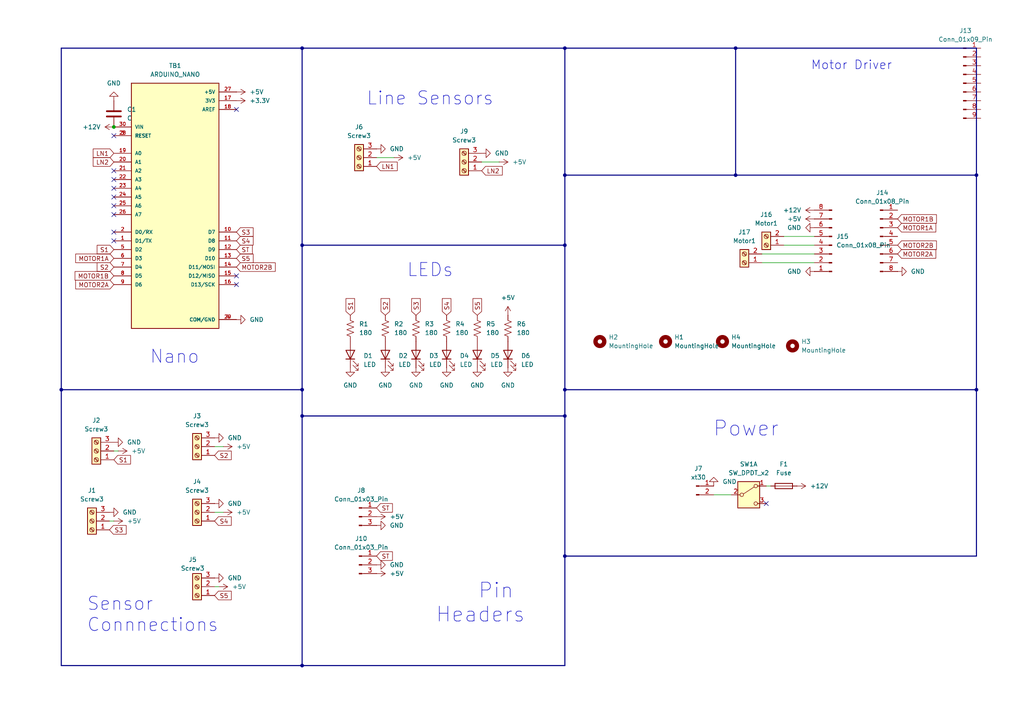
<source format=kicad_sch>
(kicad_sch (version 20231120) (generator "eeschema") (generator_version "8.0")
  (paper "A4")
  (lib_symbols
    (symbol "ARDUINO_NANO[1]:ARDUINO_NANO" (pin_names (offset 1.016))
      (property "Reference" "TB" (at -12.7 35.56 0))
      (property "Value" "ARDUINO_NANO" (at -12.7 -38.1 0))
      (symbol "ARDUINO_NANO_0_0"
        (rectangle (start -12.7 -35.56) (end 12.7 35.56) (stroke (width 0.254)) (fill (type background)))
        (pin bidirectional line (at -17.78 -10.16 0) (length 5.08) (name "D1/TX") (number "1"))
        (pin bidirectional line (at 17.78 -7.62 180) (length 5.08) (name "D7") (number "10"))
        (pin bidirectional line (at 17.78 -10.16 180) (length 5.08) (name "D8") (number "11"))
        (pin bidirectional line (at 17.78 -12.7 180) (length 5.08) (name "D9") (number "12"))
        (pin bidirectional line (at 17.78 -15.24 180) (length 5.08) (name "D10") (number "13"))
        (pin bidirectional line (at 17.78 -17.78 180) (length 5.08) (name "D11/MOSI") (number "14"))
        (pin bidirectional line (at 17.78 -20.32 180) (length 5.08) (name "D12/MISO") (number "15"))
        (pin bidirectional line (at 17.78 -22.86 180) (length 5.08) (name "D13/SCK") (number "16"))
        (pin power_in line (at 17.78 30.48 180) (length 5.08) (name "3V3") (number "17"))
        (pin power_in line (at 17.78 27.94 180) (length 5.08) (name "AREF") (number "18"))
        (pin input line (at -17.78 15.24 0) (length 5.08) (name "A0") (number "19"))
        (pin bidirectional line (at -17.78 -7.62 0) (length 5.08) (name "D0/RX") (number "2"))
        (pin input line (at -17.78 12.7 0) (length 5.08) (name "A1") (number "20"))
        (pin input line (at -17.78 10.16 0) (length 5.08) (name "A2") (number "21"))
        (pin input line (at -17.78 7.62 0) (length 5.08) (name "A3") (number "22"))
        (pin input line (at -17.78 5.08 0) (length 5.08) (name "A4") (number "23"))
        (pin input line (at -17.78 2.54 0) (length 5.08) (name "A5") (number "24"))
        (pin input line (at -17.78 0 0) (length 5.08) (name "A6") (number "25"))
        (pin input line (at -17.78 -2.54 0) (length 5.08) (name "A7") (number "26"))
        (pin power_in line (at 17.78 33.02 180) (length 5.08) (name "+5V") (number "27"))
        (pin input line (at -17.78 20.32 0) (length 5.08) (name "RESET") (number "28"))
        (pin power_in line (at 17.78 -33.02 180) (length 5.08) (name "COM/GND") (number "29"))
        (pin input line (at -17.78 20.32 0) (length 5.08) (name "RESET") (number "3"))
        (pin input line (at -17.78 22.86 0) (length 5.08) (name "VIN") (number "30"))
        (pin power_in line (at 17.78 -33.02 180) (length 5.08) (name "COM/GND") (number "4"))
        (pin bidirectional line (at -17.78 -12.7 0) (length 5.08) (name "D2") (number "5"))
        (pin bidirectional line (at -17.78 -15.24 0) (length 5.08) (name "D3") (number "6"))
        (pin bidirectional line (at -17.78 -17.78 0) (length 5.08) (name "D4") (number "7"))
        (pin bidirectional line (at -17.78 -20.32 0) (length 5.08) (name "D5") (number "8"))
        (pin bidirectional line (at -17.78 -22.86 0) (length 5.08) (name "D6") (number "9"))
      )
    )
    (symbol "Connector:Conn_01x02_Pin" (pin_names (offset 1.016) hide)
      (property "Reference" "J" (at 0 2.54 0))
      (property "Value" "Conn_01x02_Pin" (at 0 -5.08 0))
      (symbol "Conn_01x02_Pin_1_1"
        (polyline (pts (xy 1.27 -2.54) (xy 0.8636 -2.54)) (stroke (width 0.1524)))
        (polyline (pts (xy 1.27 0) (xy 0.8636 0)) (stroke (width 0.1524)))
        (rectangle (start 0.8636 -2.413) (end 0 -2.667) (stroke (width 0.1524)) (fill (type outline)))
        (rectangle (start 0.8636 0.127) (end 0 -0.127) (stroke (width 0.1524)) (fill (type outline)))
        (pin passive line (at 5.08 0 180) (length 3.81) (name "Pin_1") (number "1"))
        (pin passive line (at 5.08 -2.54 180) (length 3.81) (name "Pin_2") (number "2"))
      )
    )
    (symbol "Connector:Conn_01x03_Pin" (pin_names (offset 1.016) hide)
      (property "Reference" "J" (at 0 5.08 0))
      (property "Value" "Conn_01x03_Pin" (at 0 -5.08 0))
      (symbol "Conn_01x03_Pin_1_1"
        (polyline (pts (xy 1.27 -2.54) (xy 0.8636 -2.54)) (stroke (width 0.1524)))
        (polyline (pts (xy 1.27 0) (xy 0.8636 0)) (stroke (width 0.1524)))
        (polyline (pts (xy 1.27 2.54) (xy 0.8636 2.54)) (stroke (width 0.1524)))
        (rectangle (start 0.8636 -2.413) (end 0 -2.667) (stroke (width 0.1524)) (fill (type outline)))
        (rectangle (start 0.8636 0.127) (end 0 -0.127) (stroke (width 0.1524)) (fill (type outline)))
        (rectangle (start 0.8636 2.667) (end 0 2.413) (stroke (width 0.1524)) (fill (type outline)))
        (pin passive line (at 5.08 2.54 180) (length 3.81) (name "Pin_1") (number "1"))
        (pin passive line (at 5.08 0 180) (length 3.81) (name "Pin_2") (number "2"))
        (pin passive line (at 5.08 -2.54 180) (length 3.81) (name "Pin_3") (number "3"))
      )
    )
    (symbol "Connector:Conn_01x08_Pin" (pin_names (offset 1.016) hide)
      (property "Reference" "J" (at 0 10.16 0))
      (property "Value" "Conn_01x08_Pin" (at 0 -12.7 0))
      (symbol "Conn_01x08_Pin_1_1"
        (polyline (pts (xy 1.27 -10.16) (xy 0.8636 -10.16)) (stroke (width 0.1524)))
        (polyline (pts (xy 1.27 -7.62) (xy 0.8636 -7.62)) (stroke (width 0.1524)))
        (polyline (pts (xy 1.27 -5.08) (xy 0.8636 -5.08)) (stroke (width 0.1524)))
        (polyline (pts (xy 1.27 -2.54) (xy 0.8636 -2.54)) (stroke (width 0.1524)))
        (polyline (pts (xy 1.27 0) (xy 0.8636 0)) (stroke (width 0.1524)))
        (polyline (pts (xy 1.27 2.54) (xy 0.8636 2.54)) (stroke (width 0.1524)))
        (polyline (pts (xy 1.27 5.08) (xy 0.8636 5.08)) (stroke (width 0.1524)))
        (polyline (pts (xy 1.27 7.62) (xy 0.8636 7.62)) (stroke (width 0.1524)))
        (rectangle (start 0.8636 -10.033) (end 0 -10.287) (stroke (width 0.1524)) (fill (type outline)))
        (rectangle (start 0.8636 -7.493) (end 0 -7.747) (stroke (width 0.1524)) (fill (type outline)))
        (rectangle (start 0.8636 -4.953) (end 0 -5.207) (stroke (width 0.1524)) (fill (type outline)))
        (rectangle (start 0.8636 -2.413) (end 0 -2.667) (stroke (width 0.1524)) (fill (type outline)))
        (rectangle (start 0.8636 0.127) (end 0 -0.127) (stroke (width 0.1524)) (fill (type outline)))
        (rectangle (start 0.8636 2.667) (end 0 2.413) (stroke (width 0.1524)) (fill (type outline)))
        (rectangle (start 0.8636 5.207) (end 0 4.953) (stroke (width 0.1524)) (fill (type outline)))
        (rectangle (start 0.8636 7.747) (end 0 7.493) (stroke (width 0.1524)) (fill (type outline)))
        (pin passive line (at 5.08 7.62 180) (length 3.81) (name "Pin_1") (number "1"))
        (pin passive line (at 5.08 5.08 180) (length 3.81) (name "Pin_2") (number "2"))
        (pin passive line (at 5.08 2.54 180) (length 3.81) (name "Pin_3") (number "3"))
        (pin passive line (at 5.08 0 180) (length 3.81) (name "Pin_4") (number "4"))
        (pin passive line (at 5.08 -2.54 180) (length 3.81) (name "Pin_5") (number "5"))
        (pin passive line (at 5.08 -5.08 180) (length 3.81) (name "Pin_6") (number "6"))
        (pin passive line (at 5.08 -7.62 180) (length 3.81) (name "Pin_7") (number "7"))
        (pin passive line (at 5.08 -10.16 180) (length 3.81) (name "Pin_8") (number "8"))
      )
    )
    (symbol "Connector:Conn_01x09_Pin" (pin_names (offset 1.016) hide)
      (property "Reference" "J" (at 0 12.7 0))
      (property "Value" "Conn_01x09_Pin" (at 0 -12.7 0))
      (symbol "Conn_01x09_Pin_1_1"
        (polyline (pts (xy 1.27 -10.16) (xy 0.8636 -10.16)) (stroke (width 0.1524)))
        (polyline (pts (xy 1.27 -7.62) (xy 0.8636 -7.62)) (stroke (width 0.1524)))
        (polyline (pts (xy 1.27 -5.08) (xy 0.8636 -5.08)) (stroke (width 0.1524)))
        (polyline (pts (xy 1.27 -2.54) (xy 0.8636 -2.54)) (stroke (width 0.1524)))
        (polyline (pts (xy 1.27 0) (xy 0.8636 0)) (stroke (width 0.1524)))
        (polyline (pts (xy 1.27 2.54) (xy 0.8636 2.54)) (stroke (width 0.1524)))
        (polyline (pts (xy 1.27 5.08) (xy 0.8636 5.08)) (stroke (width 0.1524)))
        (polyline (pts (xy 1.27 7.62) (xy 0.8636 7.62)) (stroke (width 0.1524)))
        (polyline (pts (xy 1.27 10.16) (xy 0.8636 10.16)) (stroke (width 0.1524)))
        (rectangle (start 0.8636 -10.033) (end 0 -10.287) (stroke (width 0.1524)) (fill (type outline)))
        (rectangle (start 0.8636 -7.493) (end 0 -7.747) (stroke (width 0.1524)) (fill (type outline)))
        (rectangle (start 0.8636 -4.953) (end 0 -5.207) (stroke (width 0.1524)) (fill (type outline)))
        (rectangle (start 0.8636 -2.413) (end 0 -2.667) (stroke (width 0.1524)) (fill (type outline)))
        (rectangle (start 0.8636 0.127) (end 0 -0.127) (stroke (width 0.1524)) (fill (type outline)))
        (rectangle (start 0.8636 2.667) (end 0 2.413) (stroke (width 0.1524)) (fill (type outline)))
        (rectangle (start 0.8636 5.207) (end 0 4.953) (stroke (width 0.1524)) (fill (type outline)))
        (rectangle (start 0.8636 7.747) (end 0 7.493) (stroke (width 0.1524)) (fill (type outline)))
        (rectangle (start 0.8636 10.287) (end 0 10.033) (stroke (width 0.1524)) (fill (type outline)))
        (pin passive line (at 5.08 10.16 180) (length 3.81) (name "Pin_1") (number "1"))
        (pin passive line (at 5.08 7.62 180) (length 3.81) (name "Pin_2") (number "2"))
        (pin passive line (at 5.08 5.08 180) (length 3.81) (name "Pin_3") (number "3"))
        (pin passive line (at 5.08 2.54 180) (length 3.81) (name "Pin_4") (number "4"))
        (pin passive line (at 5.08 0 180) (length 3.81) (name "Pin_5") (number "5"))
        (pin passive line (at 5.08 -2.54 180) (length 3.81) (name "Pin_6") (number "6"))
        (pin passive line (at 5.08 -5.08 180) (length 3.81) (name "Pin_7") (number "7"))
        (pin passive line (at 5.08 -7.62 180) (length 3.81) (name "Pin_8") (number "8"))
        (pin passive line (at 5.08 -10.16 180) (length 3.81) (name "Pin_9") (number "9"))
      )
    )
    (symbol "Connector:Screw_Terminal_01x02" (pin_names (offset 1.016) hide)
      (property "Reference" "J" (at 0 2.54 0))
      (property "Value" "Screw_Terminal_01x02" (at 0 -5.08 0))
      (symbol "Screw_Terminal_01x02_1_1"
        (rectangle (start -1.27 1.27) (end 1.27 -3.81) (stroke (width 0.254)) (fill (type background)))
        (circle (center 0 -2.54) (radius 0.635) (stroke (width 0.1524)))
        (polyline (pts (xy -0.5334 -2.2098) (xy 0.3302 -3.048)) (stroke (width 0.1524)))
        (polyline (pts (xy -0.5334 0.3302) (xy 0.3302 -0.508)) (stroke (width 0.1524)))
        (polyline (pts (xy -0.3556 -2.032) (xy 0.508 -2.8702)) (stroke (width 0.1524)))
        (polyline (pts (xy -0.3556 0.508) (xy 0.508 -0.3302)) (stroke (width 0.1524)))
        (circle (center 0 0) (radius 0.635) (stroke (width 0.1524)))
        (pin passive line (at -5.08 0 0) (length 3.81) (name "Pin_1") (number "1"))
        (pin passive line (at -5.08 -2.54 0) (length 3.81) (name "Pin_2") (number "2"))
      )
    )
    (symbol "Connector:Screw_Terminal_01x03" (pin_names (offset 1.016) hide)
      (property "Reference" "J" (at 0 5.08 0))
      (property "Value" "Screw_Terminal_01x03" (at 0 -5.08 0))
      (symbol "Screw_Terminal_01x03_1_1"
        (rectangle (start -1.27 3.81) (end 1.27 -3.81) (stroke (width 0.254)) (fill (type background)))
        (circle (center 0 -2.54) (radius 0.635) (stroke (width 0.1524)))
        (polyline (pts (xy -0.5334 -2.2098) (xy 0.3302 -3.048)) (stroke (width 0.1524)))
        (polyline (pts (xy -0.5334 0.3302) (xy 0.3302 -0.508)) (stroke (width 0.1524)))
        (polyline (pts (xy -0.5334 2.8702) (xy 0.3302 2.032)) (stroke (width 0.1524)))
        (polyline (pts (xy -0.3556 -2.032) (xy 0.508 -2.8702)) (stroke (width 0.1524)))
        (polyline (pts (xy -0.3556 0.508) (xy 0.508 -0.3302)) (stroke (width 0.1524)))
        (polyline (pts (xy -0.3556 3.048) (xy 0.508 2.2098)) (stroke (width 0.1524)))
        (circle (center 0 0) (radius 0.635) (stroke (width 0.1524)))
        (circle (center 0 2.54) (radius 0.635) (stroke (width 0.1524)))
        (pin passive line (at -5.08 2.54 0) (length 3.81) (name "Pin_1") (number "1"))
        (pin passive line (at -5.08 0 0) (length 3.81) (name "Pin_2") (number "2"))
        (pin passive line (at -5.08 -2.54 0) (length 3.81) (name "Pin_3") (number "3"))
      )
    )
    (symbol "Device:C" (pin_numbers hide) (pin_names (offset 0.254))
      (property "Reference" "C" (at 0.635 2.54 0))
      (property "Value" "C" (at 0.635 -2.54 0))
      (symbol "C_0_1"
        (polyline (pts (xy -2.032 -0.762) (xy 2.032 -0.762)) (stroke (width 0.508)))
        (polyline (pts (xy -2.032 0.762) (xy 2.032 0.762)) (stroke (width 0.508)))
      )
      (symbol "C_1_1"
        (pin passive line (at 0 3.81 270) (length 2.794) (name "~") (number "1"))
        (pin passive line (at 0 -3.81 90) (length 2.794) (name "~") (number "2"))
      )
    )
    (symbol "Device:Fuse" (pin_numbers hide) (pin_names (offset 0))
      (property "Reference" "F" (at 2.032 0 90))
      (property "Value" "Fuse" (at -1.905 0 90))
      (symbol "Fuse_0_1"
        (rectangle (start -0.762 -2.54) (end 0.762 2.54) (stroke (width 0.254)))
        (polyline (pts (xy 0 2.54) (xy 0 -2.54)))
      )
      (symbol "Fuse_1_1"
        (pin passive line (at 0 3.81 270) (length 1.27) (name "~") (number "1"))
        (pin passive line (at 0 -3.81 90) (length 1.27) (name "~") (number "2"))
      )
    )
    (symbol "Device:LED" (pin_numbers hide) (pin_names (offset 1.016) hide)
      (property "Reference" "D" (at 0 2.54 0))
      (property "Value" "LED" (at 0 -2.54 0))
      (symbol "LED_0_1"
        (polyline (pts (xy -1.27 -1.27) (xy -1.27 1.27)) (stroke (width 0.254)))
        (polyline (pts (xy -1.27 0) (xy 1.27 0)))
        (polyline (pts (xy 1.27 -1.27) (xy 1.27 1.27) (xy -1.27 0) (xy 1.27 -1.27)) (stroke (width 0.254)))
        (polyline (pts (xy -3.048 -0.762) (xy -4.572 -2.286) (xy -3.81 -2.286) (xy -4.572 -2.286) (xy -4.572 -1.524)))
        (polyline (pts (xy -1.778 -0.762) (xy -3.302 -2.286) (xy -2.54 -2.286) (xy -3.302 -2.286) (xy -3.302 -1.524)))
      )
      (symbol "LED_1_1"
        (pin passive line (at -3.81 0 0) (length 2.54) (name "K") (number "1"))
        (pin passive line (at 3.81 0 180) (length 2.54) (name "A") (number "2"))
      )
    )
    (symbol "Device:R_US" (pin_numbers hide) (pin_names (offset 0))
      (property "Reference" "R" (at 2.54 0 90))
      (property "Value" "R_US" (at -2.54 0 90))
      (symbol "R_US_0_1"
        (polyline (pts (xy 0 -2.286) (xy 0 -2.54)))
        (polyline (pts (xy 0 2.286) (xy 0 2.54)))
        (polyline (pts (xy 0 -0.762) (xy 1.016 -1.143) (xy 0 -1.524) (xy -1.016 -1.905) (xy 0 -2.286)))
        (polyline (pts (xy 0 0.762) (xy 1.016 0.381) (xy 0 0) (xy -1.016 -0.381) (xy 0 -0.762)))
        (polyline (pts (xy 0 2.286) (xy 1.016 1.905) (xy 0 1.524) (xy -1.016 1.143) (xy 0 0.762)))
      )
      (symbol "R_US_1_1"
        (pin passive line (at 0 3.81 270) (length 1.27) (name "~") (number "1"))
        (pin passive line (at 0 -3.81 90) (length 1.27) (name "~") (number "2"))
      )
    )
    (symbol "Mechanical:MountingHole" (pin_names (offset 1.016)) (exclude_from_sim yes) (in_bom no)
      (property "Reference" "H" (at 0 5.08 0))
      (property "Value" "MountingHole" (at 0 3.175 0))
      (symbol "MountingHole_0_1"
        (circle (center 0 0) (radius 1.27) (stroke (width 1.27)))
      )
    )
    (symbol "Switch:SW_DPDT_x2" (pin_names (offset 0) hide)
      (property "Reference" "SW" (at 0 5.08 0))
      (property "Value" "SW_DPDT_x2" (at 0 -5.08 0))
      (symbol "SW_DPDT_x2_0_0"
        (circle (center -2.032 0) (radius 0.508))
        (circle (center 2.032 -2.54) (radius 0.508))
      )
      (symbol "SW_DPDT_x2_0_1"
        (rectangle (start -3.175 3.81) (end 3.175 -3.81) (stroke (width 0.254)) (fill (type background)))
        (polyline (pts (xy -1.524 0.254) (xy 1.5748 2.286)))
        (circle (center 2.032 2.54) (radius 0.508))
      )
      (symbol "SW_DPDT_x2_1_1"
        (pin passive line (at 5.08 2.54 180) (length 2.54) (name "A") (number "1"))
        (pin passive line (at -5.08 0 0) (length 2.54) (name "B") (number "2"))
        (pin passive line (at 5.08 -2.54 180) (length 2.54) (name "C") (number "3"))
      )
      (symbol "SW_DPDT_x2_2_1"
        (pin passive line (at 5.08 2.54 180) (length 2.54) (name "A") (number "4"))
        (pin passive line (at -5.08 0 0) (length 2.54) (name "B") (number "5"))
        (pin passive line (at 5.08 -2.54 180) (length 2.54) (name "C") (number "6"))
      )
    )
    (symbol "power:+12V" (power) (pin_numbers hide) (pin_names (offset 0) hide)
      (property "Value" "+12V" (at 0 3.556 0))
      (symbol "+12V_0_1"
        (polyline (pts (xy -0.762 1.27) (xy 0 2.54)))
        (polyline (pts (xy 0 0) (xy 0 2.54)))
        (polyline (pts (xy 0 2.54) (xy 0.762 1.27)))
      )
      (symbol "+12V_1_1"
        (pin power_in line (at 0 0 90) (length 0) (name "~") (number "1"))
      )
    )
    (symbol "power:+3.3V" (power) (pin_numbers hide) (pin_names (offset 0) hide)
      (property "Value" "+3.3V" (at 0 3.556 0))
      (symbol "+3.3V_0_1"
        (polyline (pts (xy -0.762 1.27) (xy 0 2.54)))
        (polyline (pts (xy 0 0) (xy 0 2.54)))
        (polyline (pts (xy 0 2.54) (xy 0.762 1.27)))
      )
      (symbol "+3.3V_1_1"
        (pin power_in line (at 0 0 90) (length 0) (name "~") (number "1"))
      )
    )
    (symbol "power:+5V" (power) (pin_numbers hide) (pin_names (offset 0) hide)
      (property "Value" "+5V" (at 0 3.556 0))
      (symbol "+5V_0_1"
        (polyline (pts (xy -0.762 1.27) (xy 0 2.54)))
        (polyline (pts (xy 0 0) (xy 0 2.54)))
        (polyline (pts (xy 0 2.54) (xy 0.762 1.27)))
      )
      (symbol "+5V_1_1"
        (pin power_in line (at 0 0 90) (length 0) (name "~") (number "1"))
      )
    )
    (symbol "power:GND" (power) (pin_numbers hide) (pin_names (offset 0) hide)
      (property "Value" "GND" (at 0 -3.81 0))
      (symbol "GND_0_1"
        (polyline (pts (xy 0 0) (xy 0 -1.27) (xy 1.27 -1.27) (xy 0 -2.54) (xy -1.27 -1.27) (xy 0 -1.27)))
      )
      (symbol "GND_1_1"
        (pin power_in line (at 0 0 270) (length 0) (name "~") (number "1"))
      )
    )
  )
  (junction (at 33.02 36.83))
  (junction (at 87.63 193.04))
  (junction (at 163.83 71.12))
  (junction (at 163.83 50.8))
  (junction (at 17.78 113.03))
  (junction (at 283.21 50.8))
  (junction (at 213.36 13.97))
  (junction (at 163.83 13.97))
  (junction (at 283.21 113.03))
  (junction (at 87.63 71.12))
  (junction (at 87.63 120.65))
  (junction (at 163.83 161.29))
  (junction (at 213.36 50.8))
  (junction (at 87.63 13.97))
  (junction (at 163.83 113.03))
  (junction (at 87.63 113.03))
  (junction (at 163.83 120.65))
  (no_connect (at 33.02 59.69))
  (no_connect (at 33.02 49.53))
  (no_connect (at 33.02 39.37))
  (no_connect (at 222.25 146.05))
  (no_connect (at 33.02 54.61))
  (no_connect (at 33.02 52.07))
  (no_connect (at 68.58 31.75))
  (no_connect (at 33.02 69.85))
  (no_connect (at 68.58 80.01))
  (no_connect (at 33.02 57.15))
  (no_connect (at 33.02 67.31))
  (no_connect (at 68.58 82.55))
  (no_connect (at 33.02 62.23))
  (wire (pts (xy 139.7 46.99) (xy 144.78 46.99)))
  (bus (pts (xy 163.83 193.04) (xy 87.63 193.04)))
  (wire (pts (xy 223.52 140.97) (xy 222.25 140.97)))
  (bus (pts (xy 87.63 193.04) (xy 87.63 120.65)))
  (wire (pts (xy 62.23 129.54) (xy 64.77 129.54)))
  (wire (pts (xy 212.09 143.51) (xy 207.01 143.51)))
  (bus (pts (xy 87.63 71.12) (xy 87.63 113.03)))
  (bus (pts (xy 213.36 13.97) (xy 213.36 50.8)))
  (wire (pts (xy 220.98 73.66) (xy 236.22 73.66)))
  (bus (pts (xy 87.63 13.97) (xy 87.63 71.12)))
  (bus (pts (xy 87.63 120.65) (xy 163.83 120.65)))
  (wire (pts (xy 109.22 45.72) (xy 114.3 45.72)))
  (bus (pts (xy 283.21 113.03) (xy 283.21 161.29)))
  (bus (pts (xy 87.63 13.97) (xy 17.78 13.97)))
  (bus (pts (xy 163.83 113.03) (xy 283.21 113.03)))
  (wire (pts (xy 227.33 68.58) (xy 236.22 68.58)))
  (bus (pts (xy 163.83 120.65) (xy 163.83 161.29)))
  (bus (pts (xy 283.21 50.8) (xy 283.21 113.03)))
  (bus (pts (xy 17.78 113.03) (xy 17.78 193.04)))
  (bus (pts (xy 87.63 13.97) (xy 163.83 13.97)))
  (wire (pts (xy 62.23 148.59) (xy 64.77 148.59)))
  (wire (pts (xy 220.98 76.2) (xy 236.22 76.2)))
  (bus (pts (xy 283.21 13.97) (xy 283.21 50.8)))
  (bus (pts (xy 163.83 50.8) (xy 163.83 71.12)))
  (bus (pts (xy 163.83 71.12) (xy 163.83 113.03)))
  (bus (pts (xy 17.78 113.03) (xy 87.63 113.03)))
  (wire (pts (xy 31.75 151.13) (xy 33.02 151.13)))
  (wire (pts (xy 62.23 170.18) (xy 63.5 170.18)))
  (bus (pts (xy 163.83 161.29) (xy 163.83 193.04)))
  (bus (pts (xy 213.36 50.8) (xy 163.83 50.8)))
  (bus (pts (xy 163.83 13.97) (xy 213.36 13.97)))
  (bus (pts (xy 213.36 50.8) (xy 283.21 50.8)))
  (bus (pts (xy 213.36 13.97) (xy 283.21 13.97)))
  (bus (pts (xy 163.83 113.03) (xy 163.83 120.65)))
  (bus (pts (xy 17.78 13.97) (xy 17.78 113.03)))
  (bus (pts (xy 87.63 113.03) (xy 87.63 120.65)))
  (wire (pts (xy 227.33 71.12) (xy 236.22 71.12)))
  (bus (pts (xy 87.63 71.12) (xy 163.83 71.12)))
  (bus (pts (xy 17.78 193.04) (xy 87.63 193.04)))
  (wire (pts (xy 33.02 130.81) (xy 34.29 130.81)))
  (bus (pts (xy 163.83 13.97) (xy 163.83 50.8)))
  (bus (pts (xy 163.83 161.29) (xy 283.21 161.29)))
  (text "Power\n" (at 226.06 121.92 0) (effects (font (size 4.318 4.318)) (justify right top)))
  (text "Line Sensors" (at 143.256 26.416 0) (effects (font (size 3.81 3.81)) (justify right top)))
  (text "Nano\n" (at 57.912 101.346 0) (effects (font (size 3.81 3.81)) (justify right top)))
  (text "LEDs\n" (at 131.572 76.2 0) (effects (font (size 3.81 3.81)) (justify right top)))
  (text "Motor Driver" (at 258.826 17.526 0) (effects (font (size 2.54 2.54)) (justify right top)))
  (text "Sensor \nConnnections \n" (at 25.146 178.308 0) (effects (font (size 3.81 3.81)) (justify left)))
  (text "Pin \nHeaders" (at 152.4 168.91 0) (effects (font (size 4.318 4.318)) (justify right top)))
  (global_label "MOTOR1B" (shape input) (at 260.35 63.5 0) (property "Intersheetrefs" "${INTERSHEET_REFS}" (effects (hide yes))))
  (global_label "S1" (shape input) (at 33.02 133.35 0) (property "Intersheetrefs" "${INTERSHEET_REFS}" (effects (hide yes))))
  (global_label "S1" (shape input) (at 101.6 91.44 90) (property "Intersheetrefs" "${INTERSHEET_REFS}" (effects (hide yes))))
  (global_label "S3" (shape input) (at 68.58 67.31 0) (property "Intersheetrefs" "${INTERSHEET_REFS}" (effects (hide yes))))
  (global_label "MOTOR2B" (shape input) (at 260.35 71.12 0) (property "Intersheetrefs" "${INTERSHEET_REFS}" (effects (hide yes))))
  (global_label "S3" (shape input) (at 31.75 153.67 0) (property "Intersheetrefs" "${INTERSHEET_REFS}" (effects (hide yes))))
  (global_label "LN2" (shape input) (at 33.02 46.99 180) (property "Intersheetrefs" "${INTERSHEET_REFS}" (effects (hide yes))))
  (global_label "S4" (shape input) (at 62.23 151.13 0) (property "Intersheetrefs" "${INTERSHEET_REFS}" (effects (hide yes))))
  (global_label "S4" (shape input) (at 129.54 91.44 90) (property "Intersheetrefs" "${INTERSHEET_REFS}" (effects (hide yes))))
  (global_label "S5" (shape input) (at 138.43 91.44 90) (property "Intersheetrefs" "${INTERSHEET_REFS}" (effects (hide yes))))
  (global_label "S5" (shape input) (at 68.58 74.93 0) (property "Intersheetrefs" "${INTERSHEET_REFS}" (effects (hide yes))))
  (global_label "S1" (shape input) (at 33.02 72.39 180) (property "Intersheetrefs" "${INTERSHEET_REFS}" (effects (hide yes))))
  (global_label "MOTOR1B" (shape input) (at 33.02 80.01 180) (property "Intersheetrefs" "${INTERSHEET_REFS}" (effects (hide yes))))
  (global_label "MOTOR2A" (shape input) (at 33.02 82.55 180) (property "Intersheetrefs" "${INTERSHEET_REFS}" (effects (hide yes))))
  (global_label "S2" (shape input) (at 111.76 91.44 90) (property "Intersheetrefs" "${INTERSHEET_REFS}" (effects (hide yes))))
  (global_label "LN2" (shape input) (at 139.7 49.53 0) (property "Intersheetrefs" "${INTERSHEET_REFS}" (effects (hide yes))))
  (global_label "ST" (shape input) (at 109.22 161.29 0) (property "Intersheetrefs" "${INTERSHEET_REFS}" (effects (hide yes))))
  (global_label "LN1" (shape input) (at 33.02 44.45 180) (property "Intersheetrefs" "${INTERSHEET_REFS}" (effects (hide yes))))
  (global_label "MOTOR1A" (shape input) (at 260.35 66.04 0) (property "Intersheetrefs" "${INTERSHEET_REFS}" (effects (hide yes))))
  (global_label "S3" (shape input) (at 120.65 91.44 90) (property "Intersheetrefs" "${INTERSHEET_REFS}" (effects (hide yes))))
  (global_label "ST" (shape input) (at 109.22 147.32 0) (property "Intersheetrefs" "${INTERSHEET_REFS}" (effects (hide yes))))
  (global_label "MOTOR2B" (shape input) (at 68.58 77.47 0) (property "Intersheetrefs" "${INTERSHEET_REFS}" (effects (hide yes))))
  (global_label "LN1" (shape input) (at 109.22 48.26 0) (property "Intersheetrefs" "${INTERSHEET_REFS}" (effects (hide yes))))
  (global_label "S4" (shape input) (at 68.58 69.85 0) (property "Intersheetrefs" "${INTERSHEET_REFS}" (effects (hide yes))))
  (global_label "ST" (shape input) (at 68.58 72.39 0) (property "Intersheetrefs" "${INTERSHEET_REFS}" (effects (hide yes))))
  (global_label "S2" (shape input) (at 62.23 132.08 0) (property "Intersheetrefs" "${INTERSHEET_REFS}" (effects (hide yes))))
  (global_label "MOTOR2A" (shape input) (at 260.35 73.66 0) (property "Intersheetrefs" "${INTERSHEET_REFS}" (effects (hide yes))))
  (global_label "S5" (shape input) (at 62.23 172.72 0) (property "Intersheetrefs" "${INTERSHEET_REFS}" (effects (hide yes))))
  (global_label "MOTOR1A" (shape input) (at 33.02 74.93 180) (property "Intersheetrefs" "${INTERSHEET_REFS}" (effects (hide yes))))
  (global_label "S2" (shape input) (at 33.02 77.47 180) (property "Intersheetrefs" "${INTERSHEET_REFS}" (effects (hide yes))))
  (symbol (lib_id "Device:LED") (at 147.32 102.87 90) (unit 1)
    (property "Reference" "D6" (at 151.13 103.1874 90) (effects (justify right)))
    (property "Value" "LED" (at 151.13 105.7274 90) (effects (justify right)))
    (property "Footprint" "LED_SMD:LED_1206_3216Metric" (effects (hide yes)))
    (property "Description" "Light emitting diode" (effects (hide yes)))
  )
  (symbol (lib_id "power:GND") (at 101.6 106.68 0) (unit 1)
    (property "Reference" "#PWR019" (effects (hide yes)))
    (property "Value" "GND" (at 101.6 111.76 0))
    (property "Description" "Power symbol creates a global label with name \"GND\" , ground" (effects (hide yes)))
  )
  (symbol (lib_id "power:+5V") (at 147.32 91.44 0) (unit 1)
    (property "Reference" "#PWR035" (effects (hide yes)))
    (property "Value" "+5V" (at 147.32 86.36 0))
    (property "Description" "Power symbol creates a global label with name \"+5V\"" (effects (hide yes)))
  )
  (symbol (lib_id "Connector:Screw_Terminal_01x03") (at 27.94 130.81 180) (unit 1)
    (property "Reference" "J2" (at 27.94 121.92 0))
    (property "Value" "Screw3" (at 27.94 124.46 0))
    (property "Footprint" "joesfo:Screw" (effects (hide yes)))
    (property "Description" "Generic screw terminal, single row, 01x03, script generated (kicad-library-utils/schlib/autogen/connector/)" (effects (hide yes)))
  )
  (symbol (lib_id "power:+5V") (at 64.77 148.59 270) (unit 1)
    (property "Reference" "#PWR017" (effects (hide yes)))
    (property "Value" "+5V" (at 68.58 148.5901 90) (effects (justify left)))
    (property "Description" "Power symbol creates a global label with name \"+5V\"" (effects (hide yes)))
  )
  (symbol (lib_id "Connector:Screw_Terminal_01x02") (at 222.25 71.12 180) (unit 1)
    (property "Reference" "J16" (at 222.25 62.23 0))
    (property "Value" "Motor1" (at 222.25 64.77 0))
    (property "Footprint" "Connector_PinHeader_2.54mm:PinHeader_1x02_P2.54mm_Vertical" (effects (hide yes)))
    (property "Description" "Generic screw terminal, single row, 01x02, script generated (kicad-library-utils/schlib/autogen/connector/)" (effects (hide yes)))
  )
  (symbol (lib_id "power:+5V") (at 144.78 46.99 270) (unit 1)
    (property "Reference" "#PWR014" (effects (hide yes)))
    (property "Value" "+5V" (at 148.59 46.9899 90) (effects (justify left)))
    (property "Description" "Power symbol creates a global label with name \"+5V\"" (effects (hide yes)))
  )
  (symbol (lib_id "Connector:Screw_Terminal_01x03") (at 134.62 46.99 180) (unit 1)
    (property "Reference" "J9" (at 134.62 38.1 0))
    (property "Value" "Screw3" (at 134.62 40.64 0))
    (property "Footprint" "joesfo:Screw" (effects (hide yes)))
    (property "Description" "Generic screw terminal, single row, 01x03, script generated (kicad-library-utils/schlib/autogen/connector/)" (effects (hide yes)))
  )
  (symbol (lib_id "Connector:Conn_01x02_Pin") (at 201.93 140.97 0) (unit 1)
    (property "Reference" "J7" (at 202.565 135.89 0))
    (property "Value" "xt30" (at 202.565 138.43 0))
    (property "Footprint" "Connector_AMASS:AMASS_XT30U-F_1x02_P5.0mm_Vertical" (effects (hide yes)))
    (property "Description" "Generic connector, single row, 01x02, script generated" (effects (hide yes)))
  )
  (symbol (lib_id "power:GND") (at 109.22 152.4 90) (unit 1)
    (property "Reference" "#PWR023" (effects (hide yes)))
    (property "Value" "GND" (at 113.03 152.3999 90) (effects (justify right)))
    (property "Description" "Power symbol creates a global label with name \"GND\" , ground" (effects (hide yes)))
  )
  (symbol (lib_id "power:GND") (at 139.7 44.45 90) (unit 1)
    (property "Reference" "#PWR029" (effects (hide yes)))
    (property "Value" "GND" (at 143.51 44.4501 90) (effects (justify right)))
    (property "Description" "Power symbol creates a global label with name \"GND\" , ground" (effects (hide yes)))
  )
  (symbol (lib_id "Device:LED") (at 138.43 102.87 90) (unit 1)
    (property "Reference" "D5" (at 142.24 103.1874 90) (effects (justify right)))
    (property "Value" "LED" (at 142.24 105.7274 90) (effects (justify right)))
    (property "Footprint" "LED_SMD:LED_1206_3216Metric" (effects (hide yes)))
    (property "Description" "Light emitting diode" (effects (hide yes)))
  )
  (symbol (lib_id "power:GND") (at 236.22 78.74 270) (unit 1)
    (property "Reference" "#PWR030" (effects (hide yes)))
    (property "Value" "GND" (at 232.41 78.7399 90) (effects (justify right)))
    (property "Description" "Power symbol creates a global label with name \"GND\" , ground" (effects (hide yes)))
  )
  (symbol (lib_id "Device:C") (at 33.02 33.02 0) (unit 1)
    (property "Reference" "C1" (at 36.83 31.7499 0) (effects (justify left)))
    (property "Value" "C" (at 36.83 34.2899 0) (effects (justify left)))
    (property "Footprint" "Capacitor_SMD:C_0805_2012Metric" (effects (hide yes)))
    (property "Description" "Unpolarized capacitor" (effects (hide yes)))
  )
  (symbol (lib_id "Connector:Screw_Terminal_01x03") (at 57.15 129.54 180) (unit 1)
    (property "Reference" "J3" (at 57.15 120.65 0))
    (property "Value" "Screw3" (at 57.15 123.19 0))
    (property "Footprint" "joesfo:Screw" (effects (hide yes)))
    (property "Description" "Generic screw terminal, single row, 01x03, script generated (kicad-library-utils/schlib/autogen/connector/)" (effects (hide yes)))
  )
  (symbol (lib_id "Mechanical:MountingHole") (at 173.99 99.06 0) (unit 1) (exclude_from_sim yes) (in_bom no)
    (property "Reference" "H2" (at 176.53 97.7899 0) (effects (justify left)))
    (property "Value" "MountingHole" (at 176.53 100.3299 0) (effects (justify left)))
    (property "Footprint" "MountingHole:MountingHole_2.1mm" (effects (hide yes)))
    (property "Description" "Mounting Hole without connection" (effects (hide yes)))
  )
  (symbol (lib_id "power:GND") (at 109.22 43.18 90) (unit 1)
    (property "Reference" "#PWR020" (effects (hide yes)))
    (property "Value" "GND" (at 113.03 43.1801 90) (effects (justify right)))
    (property "Description" "Power symbol creates a global label with name \"GND\" , ground" (effects (hide yes)))
  )
  (symbol (lib_id "power:GND") (at 31.75 148.59 90) (unit 1)
    (property "Reference" "#PWR01" (effects (hide yes)))
    (property "Value" "GND" (at 35.56 148.5901 90) (effects (justify right)))
    (property "Description" "Power symbol creates a global label with name \"GND\" , ground" (effects (hide yes)))
  )
  (symbol (lib_id "power:GND") (at 62.23 146.05 90) (unit 1)
    (property "Reference" "#PWR09" (effects (hide yes)))
    (property "Value" "GND" (at 66.04 146.0501 90) (effects (justify right)))
    (property "Description" "Power symbol creates a global label with name \"GND\" , ground" (effects (hide yes)))
  )
  (symbol (lib_id "Device:R_US") (at 111.76 95.25 0) (unit 1)
    (property "Reference" "R2" (at 114.3 93.9799 0) (effects (justify left)))
    (property "Value" "180" (at 114.3 96.5199 0) (effects (justify left)))
    (property "Footprint" "Resistor_SMD:R_0805_2012Metric" (effects (hide yes)))
    (property "Description" "Resistor, US symbol" (effects (hide yes)))
  )
  (symbol (lib_id "power:+3.3V") (at 68.58 29.21 270) (unit 1)
    (property "Reference" "#PWR012" (effects (hide yes)))
    (property "Value" "+3.3V" (at 72.39 29.2099 90) (effects (justify left)))
    (property "Description" "Power symbol creates a global label with name \"+3.3V\"" (effects (hide yes)))
  )
  (symbol (lib_id "power:GND") (at 129.54 106.68 0) (unit 1)
    (property "Reference" "#PWR028" (effects (hide yes)))
    (property "Value" "GND" (at 129.54 111.76 0))
    (property "Description" "Power symbol creates a global label with name \"GND\" , ground" (effects (hide yes)))
  )
  (symbol (lib_id "power:+5V") (at 236.22 63.5 90) (unit 1)
    (property "Reference" "#PWR037" (effects (hide yes)))
    (property "Value" "+5V" (at 232.41 63.4999 90) (effects (justify left)))
    (property "Description" "Power symbol creates a global label with name \"+5V\"" (effects (hide yes)))
  )
  (symbol (lib_id "Device:LED") (at 101.6 102.87 90) (unit 1)
    (property "Reference" "D1" (at 105.41 103.1874 90) (effects (justify right)))
    (property "Value" "LED" (at 105.41 105.7274 90) (effects (justify right)))
    (property "Footprint" "LED_SMD:LED_1206_3216Metric" (effects (hide yes)))
    (property "Description" "Light emitting diode" (effects (hide yes)))
  )
  (symbol (lib_id "power:GND") (at 236.22 66.04 270) (unit 1)
    (property "Reference" "#PWR032" (effects (hide yes)))
    (property "Value" "GND" (at 232.41 66.0399 90) (effects (justify right)))
    (property "Description" "Power symbol creates a global label with name \"GND\" , ground" (effects (hide yes)))
  )
  (symbol (lib_id "power:GND") (at 33.02 29.21 180) (unit 1)
    (property "Reference" "#PWR04" (effects (hide yes)))
    (property "Value" "GND" (at 33.02 24.13 0))
    (property "Description" "Power symbol creates a global label with name \"GND\" , ground" (effects (hide yes)))
  )
  (symbol (lib_id "power:GND") (at 111.76 106.68 0) (unit 1)
    (property "Reference" "#PWR026" (effects (hide yes)))
    (property "Value" "GND" (at 111.76 111.76 0))
    (property "Description" "Power symbol creates a global label with name \"GND\" , ground" (effects (hide yes)))
  )
  (symbol (lib_id "Connector:Screw_Terminal_01x02") (at 215.9 76.2 180) (unit 1)
    (property "Reference" "J17" (at 215.9 67.31 0))
    (property "Value" "Motor1" (at 215.9 69.85 0))
    (property "Footprint" "Connector_PinHeader_2.54mm:PinHeader_1x02_P2.54mm_Vertical" (effects (hide yes)))
    (property "Description" "Generic screw terminal, single row, 01x02, script generated (kicad-library-utils/schlib/autogen/connector/)" (effects (hide yes)))
  )
  (symbol (lib_id "power:+5V") (at 114.3 45.72 270) (unit 1)
    (property "Reference" "#PWR013" (effects (hide yes)))
    (property "Value" "+5V" (at 118.11 45.7199 90) (effects (justify left)))
    (property "Description" "Power symbol creates a global label with name \"+5V\"" (effects (hide yes)))
  )
  (symbol (lib_id "Device:R_US") (at 101.6 95.25 0) (unit 1)
    (property "Reference" "R1" (at 104.14 93.9799 0) (effects (justify left)))
    (property "Value" "180" (at 104.14 96.5199 0) (effects (justify left)))
    (property "Footprint" "Resistor_SMD:R_0805_2012Metric" (effects (hide yes)))
    (property "Description" "Resistor, US symbol" (effects (hide yes)))
  )
  (symbol (lib_id "Connector:Screw_Terminal_01x03") (at 26.67 151.13 180) (unit 1)
    (property "Reference" "J1" (at 26.67 142.24 0))
    (property "Value" "Screw3" (at 26.67 144.78 0))
    (property "Footprint" "joesfo:Screw" (effects (hide yes)))
    (property "Description" "Generic screw terminal, single row, 01x03, script generated (kicad-library-utils/schlib/autogen/connector/)" (effects (hide yes)))
  )
  (symbol (lib_id "Device:Fuse") (at 227.33 140.97 90) (unit 1)
    (property "Reference" "F1" (at 227.33 134.62 90))
    (property "Value" "Fuse" (at 227.33 137.16 90))
    (property "Footprint" "Fuse:Fuse_1206_3216Metric" (effects (hide yes)))
    (property "Description" "Fuse" (effects (hide yes)))
  )
  (symbol (lib_id "Device:R_US") (at 147.32 95.25 0) (unit 1)
    (property "Reference" "R6" (at 149.86 93.9799 0) (effects (justify left)))
    (property "Value" "180" (at 149.86 96.5199 0) (effects (justify left)))
    (property "Footprint" "Resistor_SMD:R_0805_2012Metric" (effects (hide yes)))
    (property "Description" "Resistor, US symbol" (effects (hide yes)))
  )
  (symbol (lib_id "power:+5V") (at 63.5 170.18 270) (unit 1)
    (property "Reference" "#PWR018" (effects (hide yes)))
    (property "Value" "+5V" (at 67.31 170.1801 90) (effects (justify left)))
    (property "Description" "Power symbol creates a global label with name \"+5V\"" (effects (hide yes)))
  )
  (symbol (lib_id "Connector:Screw_Terminal_01x03") (at 57.15 148.59 180) (unit 1)
    (property "Reference" "J4" (at 57.15 139.7 0))
    (property "Value" "Screw3" (at 57.15 142.24 0))
    (property "Footprint" "joesfo:Screw" (effects (hide yes)))
    (property "Description" "Generic screw terminal, single row, 01x03, script generated (kicad-library-utils/schlib/autogen/connector/)" (effects (hide yes)))
  )
  (symbol (lib_id "Connector:Conn_01x08_Pin") (at 255.27 68.58 0) (unit 1)
    (property "Reference" "J14" (at 255.905 55.88 0))
    (property "Value" "Conn_01x08_Pin" (at 255.905 58.42 0))
    (property "Description" "Generic connector, single row, 01x08, script generated" (effects (hide yes)))
  )
  (symbol (lib_id "power:+5V") (at 109.22 166.37 270) (unit 1)
    (property "Reference" "#PWR024" (effects (hide yes)))
    (property "Value" "+5V" (at 113.03 166.3701 90) (effects (justify left)))
    (property "Description" "Power symbol creates a global label with name \"+5V\"" (effects (hide yes)))
  )
  (symbol (lib_id "power:GND") (at 62.23 127 90) (unit 1)
    (property "Reference" "#PWR08" (effects (hide yes)))
    (property "Value" "GND" (at 66.04 127.0001 90) (effects (justify right)))
    (property "Description" "Power symbol creates a global label with name \"GND\" , ground" (effects (hide yes)))
  )
  (symbol (lib_id "Device:LED") (at 111.76 102.87 90) (unit 1)
    (property "Reference" "D2" (at 115.57 103.1874 90) (effects (justify right)))
    (property "Value" "LED" (at 115.57 105.7274 90) (effects (justify right)))
    (property "Footprint" "LED_SMD:LED_1206_3216Metric" (effects (hide yes)))
    (property "Description" "Light emitting diode" (effects (hide yes)))
  )
  (symbol (lib_id "Device:R_US") (at 129.54 95.25 0) (unit 1)
    (property "Reference" "R4" (at 132.08 93.9799 0) (effects (justify left)))
    (property "Value" "180" (at 132.08 96.5199 0) (effects (justify left)))
    (property "Footprint" "Resistor_SMD:R_0805_2012Metric" (effects (hide yes)))
    (property "Description" "Resistor, US symbol" (effects (hide yes)))
  )
  (symbol (lib_id "Connector:Conn_01x03_Pin") (at 104.14 163.83 0) (unit 1)
    (property "Reference" "J10" (at 104.775 156.21 0))
    (property "Value" "Conn_01x03_Pin" (at 104.775 158.75 0))
    (property "Footprint" "Connector_PinHeader_2.54mm:PinHeader_1x03_P2.54mm_Vertical" (effects (hide yes)))
    (property "Description" "Generic connector, single row, 01x03, script generated" (effects (hide yes)))
  )
  (symbol (lib_id "power:+5V") (at 64.77 129.54 270) (unit 1)
    (property "Reference" "#PWR016" (effects (hide yes)))
    (property "Value" "+5V" (at 68.58 129.5401 90) (effects (justify left)))
    (property "Description" "Power symbol creates a global label with name \"+5V\"" (effects (hide yes)))
  )
  (symbol (lib_id "power:GND") (at 62.23 167.64 90) (unit 1)
    (property "Reference" "#PWR010" (effects (hide yes)))
    (property "Value" "GND" (at 66.04 167.6401 90) (effects (justify right)))
    (property "Description" "Power symbol creates a global label with name \"GND\" , ground" (effects (hide yes)))
  )
  (symbol (lib_id "Connector:Screw_Terminal_01x03") (at 57.15 170.18 180) (unit 1)
    (property "Reference" "J5" (at 55.88 162.306 0))
    (property "Value" "Screw3" (at 55.88 164.846 0))
    (property "Footprint" "joesfo:Screw" (effects (hide yes)))
    (property "Description" "Generic screw terminal, single row, 01x03, script generated (kicad-library-utils/schlib/autogen/connector/)" (effects (hide yes)))
  )
  (symbol (lib_id "power:+5V") (at 109.22 149.86 270) (unit 1)
    (property "Reference" "#PWR022" (effects (hide yes)))
    (property "Value" "+5V" (at 113.03 149.8601 90) (effects (justify left)))
    (property "Description" "Power symbol creates a global label with name \"+5V\"" (effects (hide yes)))
  )
  (symbol (lib_id "Device:LED") (at 129.54 102.87 90) (unit 1)
    (property "Reference" "D4" (at 133.35 103.1874 90) (effects (justify right)))
    (property "Value" "LED" (at 133.35 105.7274 90) (effects (justify right)))
    (property "Footprint" "LED_SMD:LED_1206_3216Metric" (effects (hide yes)))
    (property "Description" "Light emitting diode" (effects (hide yes)))
  )
  (symbol (lib_id "power:GND") (at 260.35 78.74 90) (unit 1)
    (property "Reference" "#PWR025" (effects (hide yes)))
    (property "Value" "GND" (at 264.16 78.7399 90) (effects (justify right)))
    (property "Description" "Power symbol creates a global label with name \"GND\" , ground" (effects (hide yes)))
  )
  (symbol (lib_id "power:GND") (at 68.58 92.71 90) (unit 1)
    (property "Reference" "#PWR05" (effects (hide yes)))
    (property "Value" "GND" (at 72.39 92.7099 90) (effects (justify right)))
    (property "Description" "Power symbol creates a global label with name \"GND\" , ground" (effects (hide yes)))
  )
  (symbol (lib_id "power:GND") (at 138.43 106.68 0) (unit 1)
    (property "Reference" "#PWR031" (effects (hide yes)))
    (property "Value" "GND" (at 138.43 111.76 0))
    (property "Description" "Power symbol creates a global label with name \"GND\" , ground" (effects (hide yes)))
  )
  (symbol (lib_id "Switch:SW_DPDT_x2") (at 217.17 143.51 0) (unit 1)
    (property "Reference" "SW1" (at 217.17 134.62 0))
    (property "Value" "SW_DPDT_x2" (at 217.17 137.16 0))
    (property "Footprint" "joesfo:SWitcch" (effects (hide yes)))
    (property "Description" "Switch, dual pole double throw, separate symbols" (effects (hide yes)))
  )
  (symbol (lib_id "Connector:Conn_01x03_Pin") (at 104.14 149.86 0) (unit 1)
    (property "Reference" "J8" (at 104.775 142.24 0))
    (property "Value" "Conn_01x03_Pin" (at 104.775 144.78 0))
    (property "Footprint" "Connector_PinHeader_2.54mm:PinHeader_1x03_P2.54mm_Vertical" (effects (hide yes)))
    (property "Description" "Generic connector, single row, 01x03, script generated" (effects (hide yes)))
  )
  (symbol (lib_id "Device:R_US") (at 120.65 95.25 0) (unit 1)
    (property "Reference" "R3" (at 123.19 93.9799 0) (effects (justify left)))
    (property "Value" "180" (at 123.19 96.5199 0) (effects (justify left)))
    (property "Footprint" "Resistor_SMD:R_0805_2012Metric" (effects (hide yes)))
    (property "Description" "Resistor, US symbol" (effects (hide yes)))
  )
  (symbol (lib_id "Mechanical:MountingHole") (at 193.04 99.06 0) (unit 1) (exclude_from_sim yes) (in_bom no)
    (property "Reference" "H1" (at 195.58 97.7899 0) (effects (justify left)))
    (property "Value" "MountingHole" (at 195.58 100.3299 0) (effects (justify left)))
    (property "Footprint" "MountingHole:MountingHole_2.1mm" (effects (hide yes)))
    (property "Description" "Mounting Hole without connection" (effects (hide yes)))
  )
  (symbol (lib_id "ARDUINO_NANO[1]:ARDUINO_NANO") (at 50.8 59.69 0) (unit 1)
    (property "Reference" "TB1" (at 50.8 19.05 0))
    (property "Value" "ARDUINO_NANO" (at 50.8 21.59 0))
    (property "Footprint" "joesfo:nano[1]" (effects (hide yes)))
    (property "MF" "Arduino" (effects (hide yes)))
    (property "Description_1" "\nSmall, complete, and breadboard-friendly board based on the ATmega328 (Arduino Nano 3.x)\n" (effects (hide yes)))
    (property "Package" "Non-Standard Arduino" (effects (hide yes)))
    (property "Price" "None" (effects (hide yes)))
    (property "Check_prices" "https://www.snapeda.com/parts/Arduino%20Nano/Arduino/view-part/?ref=eda" (effects (hide yes)))
    (property "STANDARD" "Manufacturer Recommendations" (effects (hide yes)))
    (property "SnapEDA_Link" "https://www.snapeda.com/parts/Arduino%20Nano/Arduino/view-part/?ref=snap" (effects (hide yes)))
    (property "MP" "Arduino Nano" (effects (hide yes)))
    (property "Availability" "In Stock" (effects (hide yes)))
    (property "MANUFACTURER" "ARDUINO" (effects (hide yes)))
  )
  (symbol (lib_id "power:GND") (at 147.32 106.68 0) (unit 1)
    (property "Reference" "#PWR036" (effects (hide yes)))
    (property "Value" "GND" (at 147.32 111.76 0))
    (property "Description" "Power symbol creates a global label with name \"GND\" , ground" (effects (hide yes)))
  )
  (symbol (lib_id "Mechanical:MountingHole") (at 209.55 99.06 0) (unit 1) (exclude_from_sim yes) (in_bom no)
    (property "Reference" "H4" (at 212.09 97.7899 0) (effects (justify left)))
    (property "Value" "MountingHole" (at 212.09 100.3299 0) (effects (justify left)))
    (property "Footprint" "MountingHole:MountingHole_3mm" (effects (hide yes)))
    (property "Description" "Mounting Hole without connection" (effects (hide yes)))
  )
  (symbol (lib_id "power:+5V") (at 33.02 151.13 270) (unit 1)
    (property "Reference" "#PWR06" (effects (hide yes)))
    (property "Value" "+5V" (at 36.83 151.1301 90) (effects (justify left)))
    (property "Description" "Power symbol creates a global label with name \"+5V\"" (effects (hide yes)))
  )
  (symbol (lib_id "power:GND") (at 109.22 163.83 90) (unit 1)
    (property "Reference" "#PWR015" (effects (hide yes)))
    (property "Value" "GND" (at 113.03 163.8299 90) (effects (justify right)))
    (property "Description" "Power symbol creates a global label with name \"GND\" , ground" (effects (hide yes)))
  )
  (symbol (lib_id "Device:R_US") (at 138.43 95.25 0) (unit 1)
    (property "Reference" "R5" (at 140.97 93.9799 0) (effects (justify left)))
    (property "Value" "180" (at 140.97 96.5199 0) (effects (justify left)))
    (property "Footprint" "Resistor_SMD:R_0805_2012Metric" (effects (hide yes)))
    (property "Description" "Resistor, US symbol" (effects (hide yes)))
  )
  (symbol (lib_id "Connector:Conn_01x08_Pin") (at 241.3 71.12 180) (unit 1)
    (property "Reference" "J15" (at 242.57 68.5799 0) (effects (justify right)))
    (property "Value" "Conn_01x08_Pin" (at 242.57 71.1199 0) (effects (justify right)))
    (property "Description" "Generic connector, single row, 01x08, script generated" (effects (hide yes)))
  )
  (symbol (lib_id "power:+12V") (at 33.02 36.83 90) (unit 1)
    (property "Reference" "#PWR02" (effects (hide yes)))
    (property "Value" "+12V" (at 29.21 36.8299 90) (effects (justify left)))
    (property "Description" "Power symbol creates a global label with name \"+12V\"" (effects (hide yes)))
  )
  (symbol (lib_id "power:+5V") (at 68.58 26.67 270) (unit 1)
    (property "Reference" "#PWR011" (effects (hide yes)))
    (property "Value" "+5V" (at 72.39 26.6699 90) (effects (justify left)))
    (property "Description" "Power symbol creates a global label with name \"+5V\"" (effects (hide yes)))
  )
  (symbol (lib_id "Mechanical:MountingHole") (at 229.87 100.33 0) (unit 1) (exclude_from_sim yes) (in_bom no)
    (property "Reference" "H3" (at 232.41 99.0599 0) (effects (justify left)))
    (property "Value" "MountingHole" (at 232.41 101.5999 0) (effects (justify left)))
    (property "Footprint" "MountingHole:MountingHole_3mm" (effects (hide yes)))
    (property "Description" "Mounting Hole without connection" (effects (hide yes)))
  )
  (symbol (lib_id "Connector:Screw_Terminal_01x03") (at 104.14 45.72 180) (unit 1)
    (property "Reference" "J6" (at 104.14 36.83 0))
    (property "Value" "Screw3" (at 104.14 39.37 0))
    (property "Footprint" "joesfo:Screw" (effects (hide yes)))
    (property "Description" "Generic screw terminal, single row, 01x03, script generated (kicad-library-utils/schlib/autogen/connector/)" (effects (hide yes)))
  )
  (symbol (lib_id "power:+5V") (at 34.29 130.81 270) (unit 1)
    (property "Reference" "#PWR07" (effects (hide yes)))
    (property "Value" "+5V" (at 38.1 130.8101 90) (effects (justify left)))
    (property "Description" "Power symbol creates a global label with name \"+5V\"" (effects (hide yes)))
  )
  (symbol (lib_id "power:+12V") (at 231.14 140.97 270) (unit 1)
    (property "Reference" "#PWR052" (effects (hide yes)))
    (property "Value" "+12V" (at 234.95 140.9699 90) (effects (justify left)))
    (property "Description" "Power symbol creates a global label with name \"+12V\"" (effects (hide yes)))
  )
  (symbol (lib_id "power:+12V") (at 236.22 60.96 90) (unit 1)
    (property "Reference" "#PWR034" (effects (hide yes)))
    (property "Value" "+12V" (at 232.41 60.9599 90) (effects (justify left)))
    (property "Description" "Power symbol creates a global label with name \"+12V\"" (effects (hide yes)))
  )
  (symbol (lib_id "Connector:Conn_01x09_Pin") (at 279.4 24.13 0) (unit 1)
    (property "Reference" "J13" (at 280.035 8.89 0))
    (property "Value" "Conn_01x09_Pin" (at 280.035 11.43 0))
    (property "Description" "Generic connector, single row, 01x09, script generated" (effects (hide yes)))
  )
  (symbol (lib_id "Device:LED") (at 120.65 102.87 90) (unit 1)
    (property "Reference" "D3" (at 124.46 103.1874 90) (effects (justify right)))
    (property "Value" "LED" (at 124.46 105.7274 90) (effects (justify right)))
    (property "Footprint" "LED_SMD:LED_1206_3216Metric" (effects (hide yes)))
    (property "Description" "Light emitting diode" (effects (hide yes)))
  )
  (symbol (lib_id "power:GND") (at 120.65 106.68 0) (unit 1)
    (property "Reference" "#PWR027" (effects (hide yes)))
    (property "Value" "GND" (at 120.65 111.76 0))
    (property "Description" "Power symbol creates a global label with name \"GND\" , ground" (effects (hide yes)))
  )
  (symbol (lib_id "power:GND") (at 207.01 140.97 180) (unit 1)
    (property "Reference" "#PWR048" (effects (hide yes)))
    (property "Value" "GND" (at 209.55 139.6999 0) (effects (justify right)))
    (property "Description" "Power symbol creates a global label with name \"GND\" , ground" (effects (hide yes)))
  )
  (symbol (lib_id "power:GND") (at 33.02 128.27 90) (unit 1)
    (property "Reference" "#PWR03" (effects (hide yes)))
    (property "Value" "GND" (at 36.83 128.2701 90) (effects (justify right)))
    (property "Description" "Power symbol creates a global label with name \"GND\" , ground" (effects (hide yes)))
  )
)
</source>
